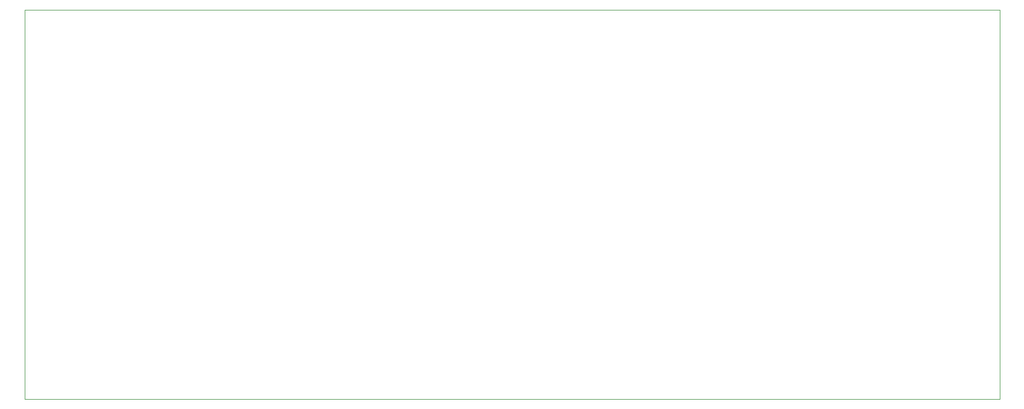
<source format=gm1>
%TF.GenerationSoftware,KiCad,Pcbnew,(5.1.9-0-10_14)*%
%TF.CreationDate,2021-02-12T19:32:22+01:00*%
%TF.ProjectId,nixie_clock,6e697869-655f-4636-9c6f-636b2e6b6963,v01*%
%TF.SameCoordinates,Original*%
%TF.FileFunction,Profile,NP*%
%FSLAX46Y46*%
G04 Gerber Fmt 4.6, Leading zero omitted, Abs format (unit mm)*
G04 Created by KiCad (PCBNEW (5.1.9-0-10_14)) date 2021-02-12 19:32:22*
%MOMM*%
%LPD*%
G01*
G04 APERTURE LIST*
%TA.AperFunction,Profile*%
%ADD10C,0.050000*%
%TD*%
G04 APERTURE END LIST*
D10*
X200152000Y-109982000D02*
X50038000Y-109982000D01*
X200152000Y-50038000D02*
X200152000Y-109982000D01*
X50038000Y-50038000D02*
X200152000Y-50038000D01*
X50038000Y-109982000D02*
X50038000Y-50038000D01*
M02*

</source>
